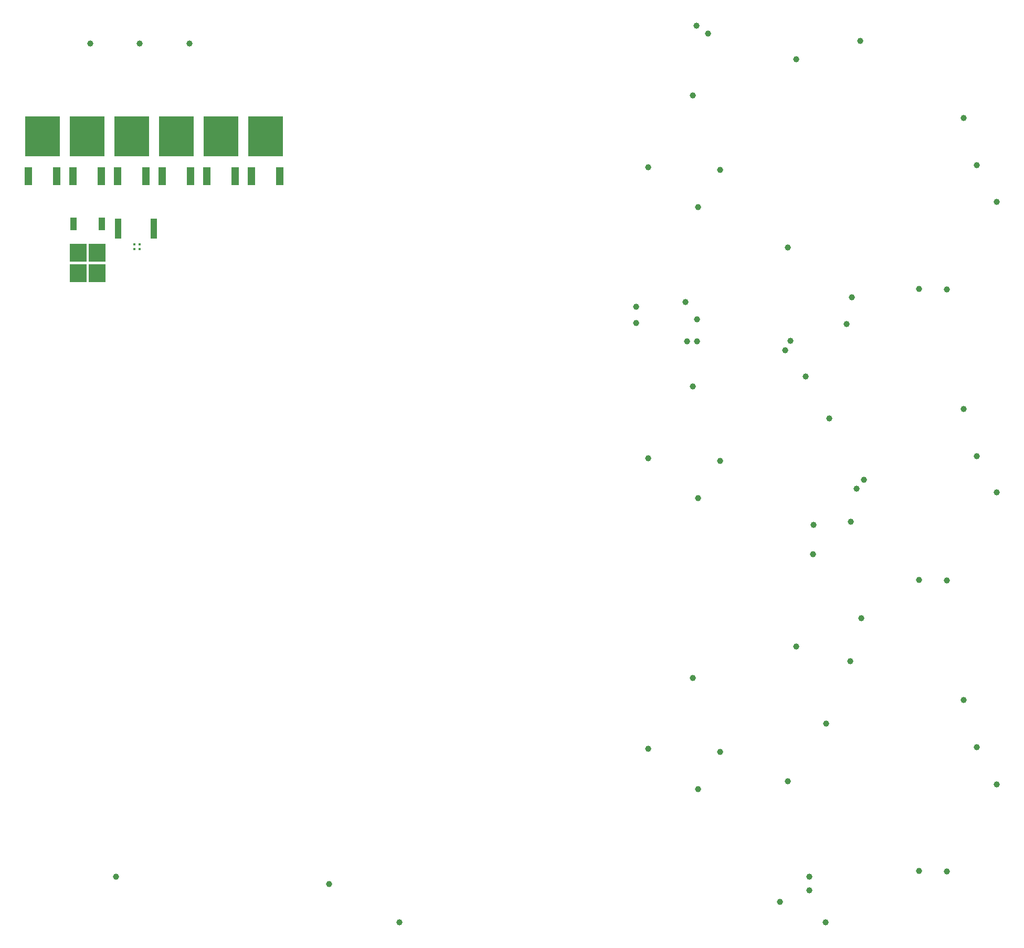
<source format=gbp>
G04*
G04 #@! TF.GenerationSoftware,Altium Limited,Altium Designer,24.9.1 (31)*
G04*
G04 Layer_Color=128*
%FSLAX44Y44*%
%MOMM*%
G71*
G04*
G04 #@! TF.SameCoordinates,25B5EA7A-0A89-4A72-9C9E-8463CCD4450D*
G04*
G04*
G04 #@! TF.FilePolarity,Positive*
G04*
G01*
G75*
%ADD23R,0.4500X0.4500*%
%ADD107C,1.0000*%
%ADD108R,1.0500X3.2500*%
%ADD111R,5.5500X6.5000*%
%ADD112R,1.2500X2.8500*%
%ADD115R,2.7000X3.0000*%
%ADD116R,2.7000X3.0000*%
%ADD117R,1.1000X2.1000*%
D23*
X-1108000Y349000D02*
D03*
Y357000D02*
D03*
X-1099000Y349000D02*
D03*
Y357000D02*
D03*
D107*
X-200000Y200000D02*
D03*
X-216000D02*
D03*
X-200000Y236000D02*
D03*
X-298000Y256000D02*
D03*
Y230000D02*
D03*
X-219000Y264000D02*
D03*
X-49000Y201000D02*
D03*
X-66000Y-705000D02*
D03*
X7000Y-738000D02*
D03*
X-54000Y-510000D02*
D03*
X65000Y-247000D02*
D03*
X13000Y76000D02*
D03*
X-53500Y351451D02*
D03*
X63000Y685000D02*
D03*
X-12000Y-96000D02*
D03*
X48000Y-91000D02*
D03*
X-19000Y-686000D02*
D03*
X-40000Y656000D02*
D03*
X-58000Y186000D02*
D03*
X47000Y-316000D02*
D03*
X69000Y-23000D02*
D03*
X50000Y271000D02*
D03*
X-25000Y143000D02*
D03*
X57000Y-38000D02*
D03*
X-40000Y-293000D02*
D03*
X-19000Y-664000D02*
D03*
X251000Y485000D02*
D03*
Y15000D02*
D03*
Y-455000D02*
D03*
X-279000Y481000D02*
D03*
Y11000D02*
D03*
Y-458000D02*
D03*
X-198000Y417000D02*
D03*
X158000Y285000D02*
D03*
X-198000Y-53000D02*
D03*
X158000Y-185000D02*
D03*
X-198000Y-523000D02*
D03*
X158000Y-655000D02*
D03*
X-163000Y477000D02*
D03*
X230000Y561000D02*
D03*
X-163000Y7000D02*
D03*
X230000Y91000D02*
D03*
X-163000Y-463000D02*
D03*
X230000Y-379000D02*
D03*
X-207000Y597000D02*
D03*
X203000Y284000D02*
D03*
X-207000Y127000D02*
D03*
X203000Y-186000D02*
D03*
X-207000Y-343000D02*
D03*
X203000Y-656000D02*
D03*
X-182000Y697000D02*
D03*
X-201000Y710000D02*
D03*
X283500Y425000D02*
D03*
Y-44000D02*
D03*
Y-515000D02*
D03*
X-13000Y-144000D02*
D03*
X41000Y228000D02*
D03*
X8000Y-417000D02*
D03*
X-793600Y-676000D02*
D03*
X-680000Y-738000D02*
D03*
X-1179000Y681000D02*
D03*
X-1099000D02*
D03*
X-1019000D02*
D03*
X-1137000Y-664000D02*
D03*
D108*
X-1134000Y382000D02*
D03*
X-1076000D02*
D03*
D111*
X-968000Y531000D02*
D03*
X-1112000Y530875D02*
D03*
X-1256000D02*
D03*
X-896000Y530875D02*
D03*
X-1040000Y530875D02*
D03*
X-1184000Y530875D02*
D03*
D112*
X-990860Y467000D02*
D03*
X-945140D02*
D03*
X-1134860Y466875D02*
D03*
X-1089140D02*
D03*
X-1278860D02*
D03*
X-1233140D02*
D03*
X-918860Y466875D02*
D03*
X-873140D02*
D03*
X-1062860Y466875D02*
D03*
X-1017140D02*
D03*
X-1206860Y466875D02*
D03*
X-1161140D02*
D03*
D115*
X-1168000Y343300D02*
D03*
X-1198000D02*
D03*
D116*
X-1168000Y310299D02*
D03*
X-1198000D02*
D03*
D117*
X-1160200Y389800D02*
D03*
X-1205800Y389800D02*
D03*
M02*

</source>
